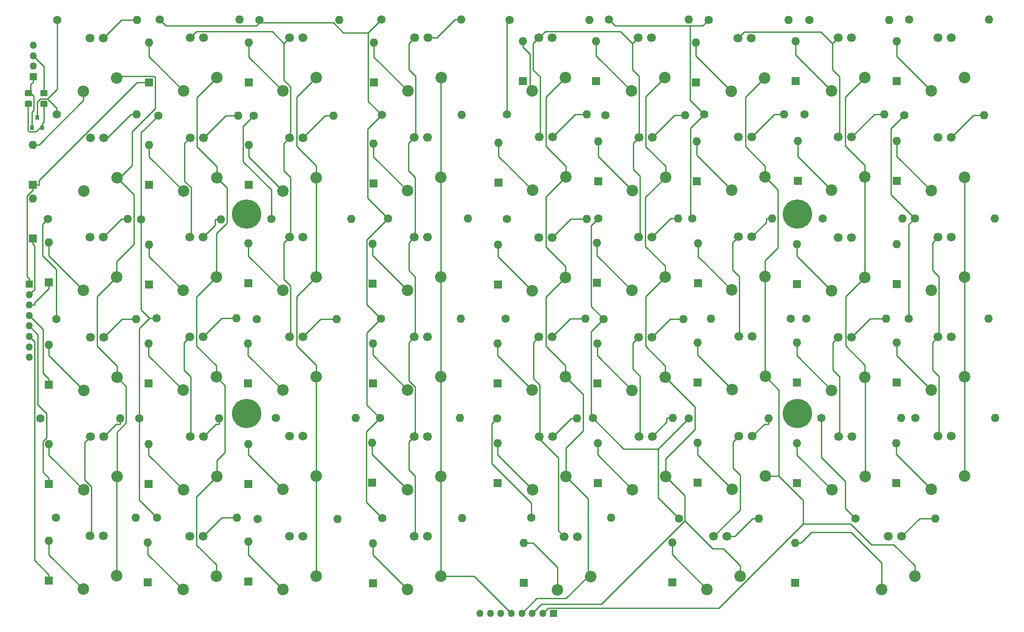
<source format=gbl>
%TF.GenerationSoftware,KiCad,Pcbnew,5.1.5+dfsg1-2build2*%
%TF.CreationDate,2021-08-29T11:58:19+02:00*%
%TF.ProjectId,BFK9kv2-left,42464b39-6b76-4322-9d6c-6566742e6b69,rev?*%
%TF.SameCoordinates,Original*%
%TF.FileFunction,Copper,L2,Bot*%
%TF.FilePolarity,Positive*%
%FSLAX46Y46*%
G04 Gerber Fmt 4.6, Leading zero omitted, Abs format (unit mm)*
G04 Created by KiCad (PCBNEW 5.1.5+dfsg1-2build2) date 2021-08-29 11:58:19*
%MOMM*%
%LPD*%
G04 APERTURE LIST*
%ADD10C,1.690600*%
%ADD11C,2.200000*%
%ADD12O,1.600000X1.600000*%
%ADD13C,1.600000*%
%ADD14R,1.600000X1.600000*%
%ADD15C,5.600000*%
%ADD16O,1.350000X1.350000*%
%ADD17R,1.350000X1.350000*%
%ADD18C,0.150000*%
%ADD19R,0.800000X0.900000*%
%ADD20C,0.250000*%
G04 APERTURE END LIST*
D10*
X219964000Y-54229000D03*
X222504000Y-54229000D03*
D11*
X218694000Y-64389000D03*
X225044000Y-61849000D03*
D10*
X96139400Y-149453000D03*
X98679400Y-149453000D03*
D11*
X94869400Y-159613000D03*
X101219400Y-157073000D03*
D10*
X77064000Y-149479000D03*
X79604000Y-149479000D03*
D11*
X75794000Y-159639000D03*
X82144000Y-157099000D03*
D10*
X200914000Y-54229000D03*
X203454000Y-54229000D03*
D11*
X199644000Y-64389000D03*
X205994000Y-61849000D03*
D12*
X230886000Y-126848000D03*
D13*
X215646000Y-126848000D03*
D12*
X229616000Y-107848000D03*
D13*
X214376000Y-107848000D03*
D12*
X230734000Y-88747600D03*
D13*
X215494000Y-88747600D03*
D12*
X228752000Y-68986400D03*
D13*
X213512000Y-68986400D03*
D12*
X229667000Y-50749200D03*
D13*
X214427000Y-50749200D03*
D10*
X210439000Y-149478000D03*
X212979000Y-149478000D03*
D11*
X209169000Y-159638000D03*
X215519000Y-157098000D03*
D10*
X177114000Y-149453000D03*
X179654000Y-149453000D03*
D11*
X175844000Y-159613000D03*
X182194000Y-157073000D03*
D10*
X148539000Y-149504000D03*
X151079000Y-149504000D03*
D11*
X147269000Y-159664000D03*
X153619000Y-157124000D03*
D10*
X58013600Y-149403000D03*
X60553600Y-149403000D03*
D11*
X56743600Y-159563000D03*
X63093600Y-157023000D03*
D10*
X219964000Y-130353000D03*
X222504000Y-130353000D03*
D11*
X218694000Y-140513000D03*
X225044000Y-137973000D03*
D10*
X181940000Y-130353000D03*
X184480000Y-130353000D03*
D11*
X180670000Y-140513000D03*
X187020000Y-137973000D03*
D10*
X119938000Y-130378000D03*
X122478000Y-130378000D03*
D11*
X118668000Y-140538000D03*
X125018000Y-137998000D03*
D10*
X219964000Y-111354000D03*
X222504000Y-111354000D03*
D11*
X218694000Y-121514000D03*
X225044000Y-118974000D03*
D10*
X200914000Y-111404000D03*
X203454000Y-111404000D03*
D11*
X199644000Y-121564000D03*
X205994000Y-119024000D03*
D10*
X181889000Y-111303000D03*
X184429000Y-111303000D03*
D11*
X180619000Y-121463000D03*
X186969000Y-118923000D03*
D10*
X119964000Y-111353000D03*
X122504000Y-111353000D03*
D11*
X118694000Y-121513000D03*
X125044000Y-118973000D03*
D10*
X219964000Y-92303600D03*
X222504000Y-92303600D03*
D11*
X218694000Y-102463600D03*
X225044000Y-99923600D03*
D10*
X181813000Y-92252800D03*
X184353000Y-92252800D03*
D11*
X180543000Y-102412800D03*
X186893000Y-99872800D03*
D10*
X119939000Y-92303600D03*
X122479000Y-92303600D03*
D11*
X118669000Y-102463600D03*
X125019000Y-99923600D03*
D10*
X219913000Y-73253600D03*
X222453000Y-73253600D03*
D11*
X218643000Y-83413600D03*
X224993000Y-80873600D03*
D10*
X200914000Y-73202800D03*
X203454000Y-73202800D03*
D11*
X199644000Y-83362800D03*
X205994000Y-80822800D03*
D10*
X181864000Y-73202800D03*
X184404000Y-73202800D03*
D11*
X180594000Y-83362800D03*
X186944000Y-80822800D03*
D10*
X119913000Y-73279000D03*
X122453000Y-73279000D03*
D11*
X118643000Y-83439000D03*
X124993000Y-80899000D03*
D10*
X120015000Y-54229000D03*
X122555000Y-54229000D03*
D11*
X118745000Y-64389000D03*
X125095000Y-61849000D03*
D12*
X211988000Y-131674000D03*
D14*
X211988000Y-139294000D03*
D12*
X212090000Y-112471000D03*
D14*
X212090000Y-120091000D03*
D12*
X212039000Y-93675000D03*
D14*
X212039000Y-101295000D03*
D12*
X212090000Y-73914000D03*
D14*
X212090000Y-81534000D03*
D12*
X212090000Y-54864000D03*
D14*
X212090000Y-62484000D03*
D15*
X87889100Y-87873800D03*
X87889100Y-125994000D03*
X193065000Y-125959000D03*
X193065000Y-87878900D03*
D16*
X47188500Y-55628000D03*
X47188500Y-57628000D03*
X47188500Y-59628000D03*
D17*
X47188500Y-61628000D03*
%TA.AperFunction,SMDPad,CuDef*%
D18*
G36*
X46761005Y-66259404D02*
G01*
X46785273Y-66263004D01*
X46809072Y-66268965D01*
X46832171Y-66277230D01*
X46854350Y-66287720D01*
X46875393Y-66300332D01*
X46895099Y-66314947D01*
X46913277Y-66331423D01*
X46929753Y-66349601D01*
X46944368Y-66369307D01*
X46956980Y-66390350D01*
X46967470Y-66412529D01*
X46975735Y-66435628D01*
X46981696Y-66459427D01*
X46985296Y-66483695D01*
X46986500Y-66508199D01*
X46986500Y-67158201D01*
X46985296Y-67182705D01*
X46981696Y-67206973D01*
X46975735Y-67230772D01*
X46967470Y-67253871D01*
X46956980Y-67276050D01*
X46944368Y-67297093D01*
X46929753Y-67316799D01*
X46913277Y-67334977D01*
X46895099Y-67351453D01*
X46875393Y-67366068D01*
X46854350Y-67378680D01*
X46832171Y-67389170D01*
X46809072Y-67397435D01*
X46785273Y-67403396D01*
X46761005Y-67406996D01*
X46736501Y-67408200D01*
X45836499Y-67408200D01*
X45811995Y-67406996D01*
X45787727Y-67403396D01*
X45763928Y-67397435D01*
X45740829Y-67389170D01*
X45718650Y-67378680D01*
X45697607Y-67366068D01*
X45677901Y-67351453D01*
X45659723Y-67334977D01*
X45643247Y-67316799D01*
X45628632Y-67297093D01*
X45616020Y-67276050D01*
X45605530Y-67253871D01*
X45597265Y-67230772D01*
X45591304Y-67206973D01*
X45587704Y-67182705D01*
X45586500Y-67158201D01*
X45586500Y-66508199D01*
X45587704Y-66483695D01*
X45591304Y-66459427D01*
X45597265Y-66435628D01*
X45605530Y-66412529D01*
X45616020Y-66390350D01*
X45628632Y-66369307D01*
X45643247Y-66349601D01*
X45659723Y-66331423D01*
X45677901Y-66314947D01*
X45697607Y-66300332D01*
X45718650Y-66287720D01*
X45740829Y-66277230D01*
X45763928Y-66268965D01*
X45787727Y-66263004D01*
X45811995Y-66259404D01*
X45836499Y-66258200D01*
X46736501Y-66258200D01*
X46761005Y-66259404D01*
G37*
%TD.AperFunction*%
%TA.AperFunction,SMDPad,CuDef*%
G36*
X46761005Y-64209404D02*
G01*
X46785273Y-64213004D01*
X46809072Y-64218965D01*
X46832171Y-64227230D01*
X46854350Y-64237720D01*
X46875393Y-64250332D01*
X46895099Y-64264947D01*
X46913277Y-64281423D01*
X46929753Y-64299601D01*
X46944368Y-64319307D01*
X46956980Y-64340350D01*
X46967470Y-64362529D01*
X46975735Y-64385628D01*
X46981696Y-64409427D01*
X46985296Y-64433695D01*
X46986500Y-64458199D01*
X46986500Y-65108201D01*
X46985296Y-65132705D01*
X46981696Y-65156973D01*
X46975735Y-65180772D01*
X46967470Y-65203871D01*
X46956980Y-65226050D01*
X46944368Y-65247093D01*
X46929753Y-65266799D01*
X46913277Y-65284977D01*
X46895099Y-65301453D01*
X46875393Y-65316068D01*
X46854350Y-65328680D01*
X46832171Y-65339170D01*
X46809072Y-65347435D01*
X46785273Y-65353396D01*
X46761005Y-65356996D01*
X46736501Y-65358200D01*
X45836499Y-65358200D01*
X45811995Y-65356996D01*
X45787727Y-65353396D01*
X45763928Y-65347435D01*
X45740829Y-65339170D01*
X45718650Y-65328680D01*
X45697607Y-65316068D01*
X45677901Y-65301453D01*
X45659723Y-65284977D01*
X45643247Y-65266799D01*
X45628632Y-65247093D01*
X45616020Y-65226050D01*
X45605530Y-65203871D01*
X45597265Y-65180772D01*
X45591304Y-65156973D01*
X45587704Y-65132705D01*
X45586500Y-65108201D01*
X45586500Y-64458199D01*
X45587704Y-64433695D01*
X45591304Y-64409427D01*
X45597265Y-64385628D01*
X45605530Y-64362529D01*
X45616020Y-64340350D01*
X45628632Y-64319307D01*
X45643247Y-64299601D01*
X45659723Y-64281423D01*
X45677901Y-64264947D01*
X45697607Y-64250332D01*
X45718650Y-64237720D01*
X45740829Y-64227230D01*
X45763928Y-64218965D01*
X45787727Y-64213004D01*
X45811995Y-64209404D01*
X45836499Y-64208200D01*
X46736501Y-64208200D01*
X46761005Y-64209404D01*
G37*
%TD.AperFunction*%
%TA.AperFunction,SMDPad,CuDef*%
G36*
X49711005Y-64209404D02*
G01*
X49735273Y-64213004D01*
X49759072Y-64218965D01*
X49782171Y-64227230D01*
X49804350Y-64237720D01*
X49825393Y-64250332D01*
X49845099Y-64264947D01*
X49863277Y-64281423D01*
X49879753Y-64299601D01*
X49894368Y-64319307D01*
X49906980Y-64340350D01*
X49917470Y-64362529D01*
X49925735Y-64385628D01*
X49931696Y-64409427D01*
X49935296Y-64433695D01*
X49936500Y-64458199D01*
X49936500Y-65108201D01*
X49935296Y-65132705D01*
X49931696Y-65156973D01*
X49925735Y-65180772D01*
X49917470Y-65203871D01*
X49906980Y-65226050D01*
X49894368Y-65247093D01*
X49879753Y-65266799D01*
X49863277Y-65284977D01*
X49845099Y-65301453D01*
X49825393Y-65316068D01*
X49804350Y-65328680D01*
X49782171Y-65339170D01*
X49759072Y-65347435D01*
X49735273Y-65353396D01*
X49711005Y-65356996D01*
X49686501Y-65358200D01*
X48786499Y-65358200D01*
X48761995Y-65356996D01*
X48737727Y-65353396D01*
X48713928Y-65347435D01*
X48690829Y-65339170D01*
X48668650Y-65328680D01*
X48647607Y-65316068D01*
X48627901Y-65301453D01*
X48609723Y-65284977D01*
X48593247Y-65266799D01*
X48578632Y-65247093D01*
X48566020Y-65226050D01*
X48555530Y-65203871D01*
X48547265Y-65180772D01*
X48541304Y-65156973D01*
X48537704Y-65132705D01*
X48536500Y-65108201D01*
X48536500Y-64458199D01*
X48537704Y-64433695D01*
X48541304Y-64409427D01*
X48547265Y-64385628D01*
X48555530Y-64362529D01*
X48566020Y-64340350D01*
X48578632Y-64319307D01*
X48593247Y-64299601D01*
X48609723Y-64281423D01*
X48627901Y-64264947D01*
X48647607Y-64250332D01*
X48668650Y-64237720D01*
X48690829Y-64227230D01*
X48713928Y-64218965D01*
X48737727Y-64213004D01*
X48761995Y-64209404D01*
X48786499Y-64208200D01*
X49686501Y-64208200D01*
X49711005Y-64209404D01*
G37*
%TD.AperFunction*%
%TA.AperFunction,SMDPad,CuDef*%
G36*
X49711005Y-66259404D02*
G01*
X49735273Y-66263004D01*
X49759072Y-66268965D01*
X49782171Y-66277230D01*
X49804350Y-66287720D01*
X49825393Y-66300332D01*
X49845099Y-66314947D01*
X49863277Y-66331423D01*
X49879753Y-66349601D01*
X49894368Y-66369307D01*
X49906980Y-66390350D01*
X49917470Y-66412529D01*
X49925735Y-66435628D01*
X49931696Y-66459427D01*
X49935296Y-66483695D01*
X49936500Y-66508199D01*
X49936500Y-67158201D01*
X49935296Y-67182705D01*
X49931696Y-67206973D01*
X49925735Y-67230772D01*
X49917470Y-67253871D01*
X49906980Y-67276050D01*
X49894368Y-67297093D01*
X49879753Y-67316799D01*
X49863277Y-67334977D01*
X49845099Y-67351453D01*
X49825393Y-67366068D01*
X49804350Y-67378680D01*
X49782171Y-67389170D01*
X49759072Y-67397435D01*
X49735273Y-67403396D01*
X49711005Y-67406996D01*
X49686501Y-67408200D01*
X48786499Y-67408200D01*
X48761995Y-67406996D01*
X48737727Y-67403396D01*
X48713928Y-67397435D01*
X48690829Y-67389170D01*
X48668650Y-67378680D01*
X48647607Y-67366068D01*
X48627901Y-67351453D01*
X48609723Y-67334977D01*
X48593247Y-67316799D01*
X48578632Y-67297093D01*
X48566020Y-67276050D01*
X48555530Y-67253871D01*
X48547265Y-67230772D01*
X48541304Y-67206973D01*
X48537704Y-67182705D01*
X48536500Y-67158201D01*
X48536500Y-66508199D01*
X48537704Y-66483695D01*
X48541304Y-66459427D01*
X48547265Y-66435628D01*
X48555530Y-66412529D01*
X48566020Y-66390350D01*
X48578632Y-66369307D01*
X48593247Y-66349601D01*
X48609723Y-66331423D01*
X48627901Y-66314947D01*
X48647607Y-66300332D01*
X48668650Y-66287720D01*
X48690829Y-66277230D01*
X48713928Y-66268965D01*
X48737727Y-66263004D01*
X48761995Y-66259404D01*
X48786499Y-66258200D01*
X49686501Y-66258200D01*
X49711005Y-66259404D01*
G37*
%TD.AperFunction*%
D19*
X47928500Y-69408200D03*
X46978500Y-71408200D03*
X48878500Y-71408200D03*
D16*
X132482000Y-164186000D03*
X134482000Y-164186000D03*
X136482000Y-164186000D03*
X138482000Y-164186000D03*
X140482000Y-164186000D03*
X142482000Y-164186000D03*
X144482000Y-164186000D03*
D17*
X146482000Y-164186000D03*
D16*
X46431200Y-115270000D03*
X46431200Y-113270000D03*
X46431200Y-111270000D03*
X46431200Y-109270000D03*
X46431200Y-107270000D03*
X46431200Y-105270000D03*
X46431200Y-103270000D03*
D17*
X46431200Y-101270000D03*
D10*
X119939000Y-149453000D03*
X122479000Y-149453000D03*
D11*
X118669000Y-159613000D03*
X125019000Y-157073000D03*
D10*
X200939000Y-130429000D03*
X203479000Y-130429000D03*
D11*
X199669000Y-140589000D03*
X206019000Y-138049000D03*
D10*
X200863000Y-92354400D03*
X203403000Y-92354400D03*
D11*
X199593000Y-102514400D03*
X205943000Y-99974400D03*
D12*
X213157000Y-88747600D03*
D13*
X197917000Y-88747600D03*
D12*
X192989000Y-93624000D03*
D14*
X192989000Y-101244000D03*
D12*
X212903000Y-126848000D03*
D13*
X197663000Y-126848000D03*
D12*
X210058000Y-107899000D03*
D13*
X194818000Y-107899000D03*
D12*
X219431000Y-146024000D03*
D13*
X204191000Y-146024000D03*
D12*
X187604000Y-126898000D03*
D13*
X172364000Y-126898000D03*
D12*
X176606000Y-107848000D03*
D13*
X191846000Y-107848000D03*
D12*
X188265000Y-88747600D03*
D13*
X173025000Y-88747600D03*
D12*
X185699000Y-146024000D03*
D13*
X170459000Y-146024000D03*
D12*
X169266000Y-126848000D03*
D13*
X154026000Y-126848000D03*
D12*
X171349000Y-107925000D03*
D13*
X156109000Y-107925000D03*
D12*
X170332000Y-88722200D03*
D13*
X155092000Y-88722200D03*
D12*
X157505000Y-145923000D03*
D13*
X142265000Y-145923000D03*
D12*
X151028000Y-126898000D03*
D13*
X135788000Y-126898000D03*
D12*
X152578000Y-107899000D03*
D13*
X137338000Y-107899000D03*
D12*
X152832000Y-88823800D03*
D13*
X137592000Y-88823800D03*
D12*
X129108000Y-145999000D03*
D13*
X113868000Y-145999000D03*
D12*
X128626000Y-126848000D03*
D13*
X113386000Y-126848000D03*
D12*
X128803000Y-107899000D03*
D13*
X113563000Y-107899000D03*
D12*
X130150000Y-88773000D03*
D13*
X114910000Y-88773000D03*
D12*
X105308400Y-146126000D03*
D13*
X90068400Y-146126000D03*
D12*
X108762800Y-126848000D03*
D13*
X93522800Y-126848000D03*
D12*
X105105200Y-107950000D03*
D13*
X89865200Y-107950000D03*
D12*
X107873800Y-88823800D03*
D13*
X92633800Y-88823800D03*
D12*
X86106000Y-145923000D03*
D13*
X70866000Y-145923000D03*
D12*
X82651600Y-126898000D03*
D13*
X67411600Y-126898000D03*
D12*
X86004400Y-107823000D03*
D13*
X70764400Y-107823000D03*
D12*
X83058000Y-88900000D03*
D13*
X67818000Y-88900000D03*
D12*
X66751200Y-145898000D03*
D13*
X51511200Y-145898000D03*
D12*
X63804800Y-126898000D03*
D13*
X48564800Y-126898000D03*
D12*
X66852800Y-107925000D03*
D13*
X51612800Y-107925000D03*
D12*
X65278000Y-88823800D03*
D13*
X50038000Y-88823800D03*
D10*
X162864000Y-130378000D03*
X165404000Y-130378000D03*
D11*
X161594000Y-140538000D03*
X167944000Y-137998000D03*
D10*
X162789000Y-111404000D03*
X165329000Y-111404000D03*
D11*
X161519000Y-121564000D03*
X167869000Y-119024000D03*
D10*
X162763000Y-92329000D03*
X165303000Y-92329000D03*
D11*
X161493000Y-102489000D03*
X167843000Y-99949000D03*
D10*
X143815000Y-130403000D03*
X146355000Y-130403000D03*
D11*
X142545000Y-140563000D03*
X148895000Y-138023000D03*
D10*
X143739000Y-111379000D03*
X146279000Y-111379000D03*
D11*
X142469000Y-121539000D03*
X148819000Y-118999000D03*
D10*
X143739000Y-92354400D03*
X146279000Y-92354400D03*
D11*
X142469000Y-102514400D03*
X148819000Y-99974400D03*
D10*
X96139000Y-130328000D03*
X98679000Y-130328000D03*
D11*
X94869000Y-140488000D03*
X101219000Y-137948000D03*
D10*
X96139000Y-111379000D03*
X98679000Y-111379000D03*
D11*
X94869000Y-121539000D03*
X101219000Y-118999000D03*
D10*
X96113600Y-92329000D03*
X98653600Y-92329000D03*
D11*
X94843600Y-102489000D03*
X101193600Y-99949000D03*
D10*
X77139800Y-130429000D03*
X79679800Y-130429000D03*
D11*
X75869800Y-140589000D03*
X82219800Y-138049000D03*
D10*
X77063600Y-111379000D03*
X79603600Y-111379000D03*
D11*
X75793600Y-121539000D03*
X82143600Y-118999000D03*
D10*
X77063600Y-92329000D03*
X79603600Y-92329000D03*
D11*
X75793600Y-102489000D03*
X82143600Y-99949000D03*
D10*
X58089800Y-130429000D03*
X60629800Y-130429000D03*
D11*
X56819800Y-140589000D03*
X63169800Y-138049000D03*
D10*
X58089800Y-111404000D03*
X60629800Y-111404000D03*
D11*
X56819800Y-121564000D03*
X63169800Y-119024000D03*
D10*
X58013600Y-92303600D03*
X60553600Y-92303600D03*
D11*
X56743600Y-102463600D03*
X63093600Y-99923600D03*
D12*
X193040000Y-131699000D03*
D14*
X193040000Y-139319000D03*
D12*
X192989000Y-112420000D03*
D14*
X192989000Y-120040000D03*
D12*
X192659000Y-150698000D03*
D14*
X192659000Y-158318000D03*
D12*
X174066000Y-131623000D03*
D14*
X174066000Y-139243000D03*
D12*
X174015000Y-112471000D03*
D14*
X174015000Y-120091000D03*
D12*
X174117000Y-93472000D03*
D14*
X174117000Y-101092000D03*
D12*
X169189000Y-150596000D03*
D14*
X169189000Y-158216000D03*
D12*
X154965000Y-131648000D03*
D14*
X154965000Y-139268000D03*
D12*
X154864000Y-112649000D03*
D14*
X154864000Y-120269000D03*
D12*
X154838000Y-93421000D03*
D14*
X154838000Y-101041000D03*
D12*
X140868000Y-150749000D03*
D14*
X140868000Y-158369000D03*
D12*
X135865000Y-131648000D03*
D14*
X135865000Y-139268000D03*
D12*
X135814000Y-112598000D03*
D14*
X135814000Y-120218000D03*
D12*
X135941000Y-93777000D03*
D14*
X135941000Y-101397000D03*
D12*
X112090000Y-150825000D03*
D14*
X112090000Y-158445000D03*
D12*
X111912000Y-131597000D03*
D14*
X111912000Y-139217000D03*
D12*
X112039000Y-112598000D03*
D14*
X112039000Y-120218000D03*
D12*
X111989000Y-93599000D03*
D14*
X111989000Y-101219000D03*
D12*
X88290400Y-150444000D03*
D14*
X88290400Y-158064000D03*
D12*
X88239600Y-131801000D03*
D14*
X88239600Y-139421000D03*
D12*
X88214200Y-112649000D03*
D14*
X88214200Y-120269000D03*
D12*
X88265000Y-93472000D03*
D14*
X88265000Y-101092000D03*
D12*
X69088000Y-150622000D03*
D14*
X69088000Y-158242000D03*
D12*
X69215000Y-131826000D03*
D14*
X69215000Y-139446000D03*
D12*
X69240400Y-112598000D03*
D14*
X69240400Y-120218000D03*
D12*
X69342000Y-93726000D03*
D14*
X69342000Y-101346000D03*
D12*
X50190400Y-150317000D03*
D14*
X50190400Y-157937000D03*
D12*
X50165000Y-131826000D03*
D14*
X50165000Y-139446000D03*
D12*
X50165000Y-112903000D03*
D14*
X50165000Y-120523000D03*
D12*
X50165000Y-93345000D03*
D14*
X50165000Y-100965000D03*
D12*
X193167000Y-73914000D03*
D14*
X193167000Y-81534000D03*
D12*
X192786000Y-54864000D03*
D14*
X192786000Y-62484000D03*
D12*
X173863000Y-74041000D03*
D14*
X173863000Y-81661000D03*
D12*
X173736000Y-55118000D03*
D14*
X173736000Y-62738000D03*
D12*
X155067000Y-74041000D03*
D14*
X155067000Y-81661000D03*
D12*
X154686000Y-54864000D03*
D14*
X154686000Y-62484000D03*
D12*
X136017000Y-74295000D03*
D14*
X136017000Y-81915000D03*
D12*
X140716000Y-54864000D03*
D14*
X140716000Y-62484000D03*
D12*
X112141000Y-74422000D03*
D14*
X112141000Y-82042000D03*
D12*
X112268000Y-55118000D03*
D14*
X112268000Y-62738000D03*
D12*
X88392000Y-74676000D03*
D14*
X88392000Y-82296000D03*
D12*
X88392000Y-55118000D03*
D14*
X88392000Y-62738000D03*
D12*
X69342000Y-74676000D03*
D14*
X69342000Y-82296000D03*
D12*
X69342000Y-55118000D03*
D14*
X69342000Y-62738000D03*
D12*
X47142400Y-84937600D03*
D14*
X47142400Y-92557600D03*
D12*
X47142400Y-74676000D03*
D14*
X47142400Y-82296000D03*
D10*
X162712000Y-54229000D03*
X165252000Y-54229000D03*
D11*
X161442000Y-64389000D03*
X167792000Y-61849000D03*
D10*
X181737000Y-54279800D03*
X184277000Y-54279800D03*
D11*
X180467000Y-64439800D03*
X186817000Y-61899800D03*
D10*
X162839000Y-73253600D03*
X165379000Y-73253600D03*
D11*
X161569000Y-83413600D03*
X167919000Y-80873600D03*
D10*
X143789000Y-73202800D03*
X146329000Y-73202800D03*
D11*
X142519000Y-83362800D03*
X148869000Y-80822800D03*
D10*
X143764000Y-54229000D03*
X146304000Y-54229000D03*
D11*
X142494000Y-64389000D03*
X148844000Y-61849000D03*
D10*
X96139000Y-73304400D03*
X98679000Y-73304400D03*
D11*
X94869000Y-83464400D03*
X101219000Y-80924400D03*
D10*
X96139000Y-54229000D03*
X98679000Y-54229000D03*
D11*
X94869000Y-64389000D03*
X101219000Y-61849000D03*
D10*
X77139800Y-73304400D03*
X79679800Y-73304400D03*
D11*
X75869800Y-83464400D03*
X82219800Y-80924400D03*
D10*
X77165200Y-54203600D03*
X79705200Y-54203600D03*
D11*
X75895200Y-64363600D03*
X82245200Y-61823600D03*
D10*
X58115200Y-73304400D03*
X60655200Y-73304400D03*
D11*
X56845200Y-83464400D03*
X63195200Y-80924400D03*
D10*
X58064400Y-54254400D03*
X60604400Y-54254400D03*
D11*
X56794400Y-64414400D03*
X63144400Y-61874400D03*
D12*
X209677000Y-68834000D03*
D13*
X194437000Y-68834000D03*
D12*
X210617000Y-50800000D03*
D13*
X195377000Y-50800000D03*
D12*
X190551000Y-68884800D03*
D13*
X175311000Y-68884800D03*
D12*
X191364000Y-50800000D03*
D13*
X176124000Y-50800000D03*
D12*
X171679000Y-69037200D03*
D13*
X156439000Y-69037200D03*
D12*
X172364000Y-50749200D03*
D13*
X157124000Y-50749200D03*
D12*
X152883000Y-68884800D03*
D13*
X137643000Y-68884800D03*
D12*
X153416000Y-50800000D03*
D13*
X138176000Y-50800000D03*
D12*
X128956000Y-68961000D03*
D13*
X113716000Y-68961000D03*
D12*
X128880000Y-50749200D03*
D13*
X113640000Y-50749200D03*
D12*
X104546400Y-69062600D03*
D13*
X89306400Y-69062600D03*
D12*
X105664000Y-50800000D03*
D13*
X90424000Y-50800000D03*
D12*
X86309200Y-69062600D03*
D13*
X71069200Y-69062600D03*
D12*
X86614000Y-50698400D03*
D13*
X71374000Y-50698400D03*
D12*
X66929000Y-68834000D03*
D13*
X51689000Y-68834000D03*
D12*
X67056000Y-50800000D03*
D13*
X51816000Y-50800000D03*
D20*
X67056000Y-50800000D02*
X64058800Y-50800000D01*
X64058800Y-50800000D02*
X60604400Y-54254400D01*
X128880000Y-50749200D02*
X127754700Y-50749200D01*
X122555000Y-54229000D02*
X124274900Y-54229000D01*
X124274900Y-54229000D02*
X127754700Y-50749200D01*
X66929000Y-68834000D02*
X65803700Y-68834000D01*
X65803700Y-68834000D02*
X61333300Y-73304400D01*
X61333300Y-73304400D02*
X60655200Y-73304400D01*
X86309200Y-69062600D02*
X83921600Y-69062600D01*
X83921600Y-69062600D02*
X79679800Y-73304400D01*
X104546400Y-69062600D02*
X102920800Y-69062600D01*
X102920800Y-69062600D02*
X98679000Y-73304400D01*
X152883000Y-68884800D02*
X150647000Y-68884800D01*
X150647000Y-68884800D02*
X146329000Y-73202800D01*
X190551000Y-68884800D02*
X188722000Y-68884800D01*
X188722000Y-68884800D02*
X184404000Y-73202800D01*
X209677000Y-68834000D02*
X207822800Y-68834000D01*
X207822800Y-68834000D02*
X203454000Y-73202800D01*
X171679000Y-69037200D02*
X169595400Y-69037200D01*
X169595400Y-69037200D02*
X165379000Y-73253600D01*
X47142400Y-74676000D02*
X48267700Y-74676000D01*
X48267700Y-74676000D02*
X56794400Y-66149300D01*
X56794400Y-66149300D02*
X56794400Y-64414400D01*
X47142400Y-82296000D02*
X47142400Y-83421300D01*
X46431200Y-101270000D02*
X46431200Y-100269700D01*
X46431200Y-100269700D02*
X46017100Y-99855600D01*
X46017100Y-99855600D02*
X46017100Y-84405800D01*
X46017100Y-84405800D02*
X47001600Y-83421300D01*
X47001600Y-83421300D02*
X47142400Y-83421300D01*
X47142400Y-82296000D02*
X48267700Y-82296000D01*
X48267700Y-82296000D02*
X48267700Y-81452000D01*
X48267700Y-81452000D02*
X66981700Y-62738000D01*
X66981700Y-62738000D02*
X69342000Y-62738000D01*
X47142400Y-92557600D02*
X47142400Y-93682900D01*
X46431200Y-103270000D02*
X47431600Y-102269600D01*
X47431600Y-102269600D02*
X47431600Y-93972100D01*
X47431600Y-93972100D02*
X47142400Y-93682900D01*
X69342000Y-55118000D02*
X69342000Y-57810400D01*
X69342000Y-57810400D02*
X75895200Y-64363600D01*
X69342000Y-74676000D02*
X69342000Y-76936600D01*
X69342000Y-76936600D02*
X75869800Y-83464400D01*
X88392000Y-55118000D02*
X88392000Y-57912000D01*
X88392000Y-57912000D02*
X94869000Y-64389000D01*
X94869000Y-83464400D02*
X88392000Y-76987400D01*
X88392000Y-76987400D02*
X88392000Y-74676000D01*
X112268000Y-55118000D02*
X112268000Y-57912000D01*
X112268000Y-57912000D02*
X118745000Y-64389000D01*
X112141000Y-74422000D02*
X112141000Y-76937000D01*
X112141000Y-76937000D02*
X118643000Y-83439000D01*
X140716000Y-55989300D02*
X142043700Y-57317000D01*
X142043700Y-57317000D02*
X142043700Y-63938700D01*
X142043700Y-63938700D02*
X142494000Y-64389000D01*
X140716000Y-54864000D02*
X140716000Y-55989300D01*
X136017000Y-74295000D02*
X136017000Y-76860800D01*
X136017000Y-76860800D02*
X142519000Y-83362800D01*
X154686000Y-54864000D02*
X154686000Y-57633000D01*
X154686000Y-57633000D02*
X161442000Y-64389000D01*
X155067000Y-74041000D02*
X155067000Y-76911600D01*
X155067000Y-76911600D02*
X161569000Y-83413600D01*
X173736000Y-55118000D02*
X173736000Y-57708800D01*
X173736000Y-57708800D02*
X180467000Y-64439800D01*
X173863000Y-74041000D02*
X173863000Y-76631800D01*
X173863000Y-76631800D02*
X180594000Y-83362800D01*
X192786000Y-54864000D02*
X192786000Y-57531000D01*
X192786000Y-57531000D02*
X199644000Y-64389000D01*
X193167000Y-73914000D02*
X193167000Y-76885800D01*
X193167000Y-76885800D02*
X199644000Y-83362800D01*
X213512000Y-68986400D02*
X210930100Y-71568300D01*
X210930100Y-71568300D02*
X210930100Y-84183700D01*
X210930100Y-84183700D02*
X215494000Y-88747600D01*
X215494000Y-88747600D02*
X214376000Y-89865600D01*
X214376000Y-89865600D02*
X214376000Y-107848000D01*
X172563700Y-51942400D02*
X158317200Y-51942400D01*
X158317200Y-51942400D02*
X157124000Y-50749200D01*
X176124000Y-50800000D02*
X174981600Y-51942400D01*
X174981600Y-51942400D02*
X172563700Y-51942400D01*
X175311000Y-68884800D02*
X172563700Y-66137500D01*
X172563700Y-66137500D02*
X172563700Y-51942400D01*
X173025000Y-88747600D02*
X172724100Y-88446700D01*
X172724100Y-88446700D02*
X172724100Y-71471700D01*
X172724100Y-71471700D02*
X175311000Y-68884800D01*
X113563000Y-107899000D02*
X110913600Y-110548400D01*
X110913600Y-110548400D02*
X110913600Y-124375600D01*
X110913600Y-124375600D02*
X113386000Y-126848000D01*
X113386000Y-126848000D02*
X110786600Y-129447400D01*
X110786600Y-129447400D02*
X110786600Y-142917600D01*
X110786600Y-142917600D02*
X113868000Y-145999000D01*
X166517700Y-132744300D02*
X166517700Y-142082700D01*
X166517700Y-142082700D02*
X170459000Y-146024000D01*
X172364000Y-126898000D02*
X166517700Y-132744300D01*
X154026000Y-126848000D02*
X159922300Y-132744300D01*
X159922300Y-132744300D02*
X166517700Y-132744300D01*
X156109000Y-107925000D02*
X153738600Y-110295400D01*
X153738600Y-110295400D02*
X153738600Y-126560600D01*
X153738600Y-126560600D02*
X154026000Y-126848000D01*
X89306400Y-69062600D02*
X87253100Y-71115900D01*
X87253100Y-71115900D02*
X87253100Y-77864300D01*
X87253100Y-77864300D02*
X92633800Y-83245000D01*
X92633800Y-83245000D02*
X92633800Y-88823800D01*
X90424000Y-51337000D02*
X104500500Y-51337000D01*
X104500500Y-51337000D02*
X106417700Y-53254200D01*
X106417700Y-53254200D02*
X111135000Y-53254200D01*
X71374000Y-50698400D02*
X72549700Y-51874100D01*
X72549700Y-51874100D02*
X89886900Y-51874100D01*
X89886900Y-51874100D02*
X90424000Y-51337000D01*
X90424000Y-51337000D02*
X90424000Y-50800000D01*
X111135000Y-53254200D02*
X113640000Y-50749200D01*
X113716000Y-68961000D02*
X111135000Y-66380000D01*
X111135000Y-66380000D02*
X111135000Y-53254200D01*
X69371300Y-107768700D02*
X67411600Y-109728400D01*
X67411600Y-109728400D02*
X67411600Y-126898000D01*
X70764400Y-107823000D02*
X70710100Y-107768700D01*
X70710100Y-107768700D02*
X69371300Y-107768700D01*
X69371300Y-107768700D02*
X67818000Y-106215400D01*
X67818000Y-106215400D02*
X67818000Y-88900000D01*
X71069200Y-69062600D02*
X67818000Y-72313800D01*
X67818000Y-72313800D02*
X67818000Y-88900000D01*
X113716000Y-68961000D02*
X111015600Y-71661400D01*
X111015600Y-71661400D02*
X111015600Y-84878600D01*
X111015600Y-84878600D02*
X114910000Y-88773000D01*
X51612800Y-107925000D02*
X51612800Y-98481900D01*
X51612800Y-98481900D02*
X48986900Y-95856000D01*
X48986900Y-95856000D02*
X48986900Y-89874900D01*
X48986900Y-89874900D02*
X50038000Y-88823800D01*
X204191000Y-146024000D02*
X202242800Y-144075800D01*
X202242800Y-144075800D02*
X202242800Y-138925100D01*
X202242800Y-138925100D02*
X197663000Y-134345300D01*
X197663000Y-134345300D02*
X197663000Y-126848000D01*
X155092000Y-88722200D02*
X153703400Y-90110800D01*
X153703400Y-90110800D02*
X153703400Y-105519400D01*
X153703400Y-105519400D02*
X156109000Y-107925000D01*
X142265000Y-145923000D02*
X142265000Y-143056000D01*
X142265000Y-143056000D02*
X134730500Y-135521500D01*
X134730500Y-135521500D02*
X134730500Y-127955500D01*
X134730500Y-127955500D02*
X135788000Y-126898000D01*
X114910000Y-88773000D02*
X110863600Y-92819400D01*
X110863600Y-92819400D02*
X110863600Y-105199600D01*
X110863600Y-105199600D02*
X113563000Y-107899000D01*
X70866000Y-145923000D02*
X67411600Y-142468600D01*
X67411600Y-142468600D02*
X67411600Y-126898000D01*
X138176000Y-50800000D02*
X137643000Y-51333000D01*
X137643000Y-51333000D02*
X137643000Y-68884800D01*
X49950100Y-65895300D02*
X51689000Y-67634200D01*
X51689000Y-67634200D02*
X51689000Y-68834000D01*
X47928500Y-69408200D02*
X47928500Y-66505300D01*
X47928500Y-66505300D02*
X48538500Y-65895300D01*
X48538500Y-65895300D02*
X49950100Y-65895300D01*
X51816000Y-50800000D02*
X51816000Y-64029400D01*
X51816000Y-64029400D02*
X49950100Y-65895300D01*
X58089800Y-130429000D02*
X57033600Y-131485200D01*
X57033600Y-131485200D02*
X57033600Y-138731700D01*
X57033600Y-138731700D02*
X58270300Y-139968400D01*
X58270300Y-139968400D02*
X58270300Y-149146300D01*
X58270300Y-149146300D02*
X58013600Y-149403000D01*
X77063600Y-111379000D02*
X76007400Y-112435200D01*
X76007400Y-112435200D02*
X76007400Y-117709100D01*
X76007400Y-117709100D02*
X77225400Y-118927100D01*
X77225400Y-118927100D02*
X77225400Y-130343400D01*
X77225400Y-130343400D02*
X77139800Y-130429000D01*
X199816800Y-55326200D02*
X200914000Y-54229000D01*
X200914000Y-73202800D02*
X201110600Y-73006200D01*
X201110600Y-73006200D02*
X201110600Y-61617900D01*
X201110600Y-61617900D02*
X199816800Y-60324100D01*
X199816800Y-60324100D02*
X199816800Y-55326200D01*
X181737000Y-54279800D02*
X182931700Y-53085100D01*
X182931700Y-53085100D02*
X197575700Y-53085100D01*
X197575700Y-53085100D02*
X199816800Y-55326200D01*
X161614800Y-55326200D02*
X162712000Y-54229000D01*
X143869700Y-130403000D02*
X143869700Y-130885300D01*
X143869700Y-130885300D02*
X147419200Y-134434800D01*
X147419200Y-134434800D02*
X147419200Y-148384200D01*
X147419200Y-148384200D02*
X148539000Y-149504000D01*
X143739000Y-111379000D02*
X142678800Y-112439200D01*
X142678800Y-112439200D02*
X142678800Y-119323900D01*
X142678800Y-119323900D02*
X143924400Y-120569500D01*
X143924400Y-120569500D02*
X143924400Y-130348300D01*
X143924400Y-130348300D02*
X143869700Y-130403000D01*
X143869700Y-130403000D02*
X143815000Y-130403000D01*
X162839000Y-73253600D02*
X162896300Y-73196300D01*
X162896300Y-73196300D02*
X162896300Y-61605600D01*
X162896300Y-61605600D02*
X161614800Y-60324100D01*
X161614800Y-60324100D02*
X161614800Y-55326200D01*
X143764000Y-54229000D02*
X144957600Y-53035400D01*
X144957600Y-53035400D02*
X159324000Y-53035400D01*
X159324000Y-53035400D02*
X161614800Y-55326200D01*
X143789000Y-73202800D02*
X143952900Y-73038900D01*
X143952900Y-73038900D02*
X143952900Y-61667900D01*
X143952900Y-61667900D02*
X142662800Y-60377800D01*
X142662800Y-60377800D02*
X142662800Y-55330200D01*
X142662800Y-55330200D02*
X143764000Y-54229000D01*
X95078800Y-55289200D02*
X95078800Y-62325900D01*
X95078800Y-62325900D02*
X96302900Y-63550000D01*
X96302900Y-63550000D02*
X96302900Y-73140500D01*
X96302900Y-73140500D02*
X96139000Y-73304400D01*
X96139000Y-54229000D02*
X95078800Y-55289200D01*
X95078800Y-55289200D02*
X92822500Y-53032900D01*
X92822500Y-53032900D02*
X78335900Y-53032900D01*
X78335900Y-53032900D02*
X77165200Y-54203600D01*
X200914000Y-111404000D02*
X199857800Y-112460200D01*
X199857800Y-112460200D02*
X199857800Y-117734100D01*
X199857800Y-117734100D02*
X201098400Y-118974700D01*
X201098400Y-118974700D02*
X201098400Y-130269600D01*
X201098400Y-130269600D02*
X200939000Y-130429000D01*
X119913000Y-73279000D02*
X120199400Y-72992600D01*
X120199400Y-72992600D02*
X120199400Y-61605700D01*
X120199400Y-61605700D02*
X118917800Y-60324100D01*
X118917800Y-60324100D02*
X118917800Y-55326200D01*
X118917800Y-55326200D02*
X120015000Y-54229000D01*
X119939000Y-92303600D02*
X120110200Y-92132400D01*
X120110200Y-92132400D02*
X120110200Y-80862500D01*
X120110200Y-80862500D02*
X118856800Y-79609100D01*
X118856800Y-79609100D02*
X118856800Y-74335200D01*
X118856800Y-74335200D02*
X119913000Y-73279000D01*
X119938000Y-130378000D02*
X118881800Y-131434200D01*
X118881800Y-131434200D02*
X118881800Y-136708100D01*
X118881800Y-136708100D02*
X120110200Y-137936500D01*
X120110200Y-137936500D02*
X120110200Y-149281800D01*
X120110200Y-149281800D02*
X119939000Y-149453000D01*
X119964000Y-111353000D02*
X118907800Y-112409200D01*
X118907800Y-112409200D02*
X118907800Y-119705900D01*
X118907800Y-119705900D02*
X120130500Y-120928600D01*
X120130500Y-120928600D02*
X120130500Y-130185500D01*
X120130500Y-130185500D02*
X119938000Y-130378000D01*
X219964000Y-111354000D02*
X220135200Y-111182800D01*
X220135200Y-111182800D02*
X220135200Y-99861100D01*
X220135200Y-99861100D02*
X218907800Y-98633700D01*
X218907800Y-98633700D02*
X218907800Y-93359800D01*
X218907800Y-93359800D02*
X219964000Y-92303600D01*
X219964000Y-111354000D02*
X218907800Y-112410200D01*
X218907800Y-112410200D02*
X218907800Y-117684100D01*
X218907800Y-117684100D02*
X220135200Y-118911500D01*
X220135200Y-118911500D02*
X220135200Y-130181800D01*
X220135200Y-130181800D02*
X219964000Y-130353000D01*
X181813000Y-92252800D02*
X180756800Y-93309000D01*
X180756800Y-93309000D02*
X180756800Y-98582900D01*
X180756800Y-98582900D02*
X181974600Y-99800700D01*
X181974600Y-99800700D02*
X181974600Y-111217400D01*
X181974600Y-111217400D02*
X181889000Y-111303000D01*
X162864000Y-130378000D02*
X163004600Y-130237400D01*
X163004600Y-130237400D02*
X163004600Y-118811900D01*
X163004600Y-118811900D02*
X161691800Y-117499100D01*
X161691800Y-117499100D02*
X161691800Y-112501200D01*
X161691800Y-112501200D02*
X162789000Y-111404000D01*
X162763000Y-92329000D02*
X163032600Y-92059400D01*
X163032600Y-92059400D02*
X163032600Y-80639500D01*
X163032600Y-80639500D02*
X161741800Y-79348700D01*
X161741800Y-79348700D02*
X161741800Y-74350800D01*
X161741800Y-74350800D02*
X162839000Y-73253600D01*
X96113600Y-92329000D02*
X95053400Y-93389200D01*
X95053400Y-93389200D02*
X95053400Y-100375100D01*
X95053400Y-100375100D02*
X96302900Y-101624600D01*
X96302900Y-101624600D02*
X96302900Y-111215100D01*
X96302900Y-111215100D02*
X96139000Y-111379000D01*
X96139000Y-73304400D02*
X95082800Y-74360600D01*
X95082800Y-74360600D02*
X95082800Y-79634500D01*
X95082800Y-79634500D02*
X96306100Y-80857800D01*
X96306100Y-80857800D02*
X96306100Y-92136500D01*
X96306100Y-92136500D02*
X96113600Y-92329000D01*
X77139800Y-73304400D02*
X76083600Y-74360600D01*
X76083600Y-74360600D02*
X76083600Y-81607100D01*
X76083600Y-81607100D02*
X77320300Y-82843800D01*
X77320300Y-82843800D02*
X77320300Y-92072300D01*
X77320300Y-92072300D02*
X77063600Y-92329000D01*
X177114000Y-149453000D02*
X182148000Y-144419000D01*
X182148000Y-144419000D02*
X182148000Y-137753300D01*
X182148000Y-137753300D02*
X180842800Y-136448100D01*
X180842800Y-136448100D02*
X180842800Y-131450200D01*
X180842800Y-131450200D02*
X181940000Y-130353000D01*
X119939000Y-92303600D02*
X118882800Y-93359800D01*
X118882800Y-93359800D02*
X118882800Y-98633700D01*
X118882800Y-98633700D02*
X120135200Y-99886100D01*
X120135200Y-99886100D02*
X120135200Y-111181800D01*
X120135200Y-111181800D02*
X119964000Y-111353000D01*
X50165000Y-93345000D02*
X50165000Y-95885000D01*
X50165000Y-95885000D02*
X56743600Y-102463600D01*
X46431200Y-105270000D02*
X47431500Y-105270000D01*
X50165000Y-100965000D02*
X50165000Y-102090300D01*
X47431500Y-105270000D02*
X47431500Y-104823800D01*
X47431500Y-104823800D02*
X50165000Y-102090300D01*
X50165000Y-112903000D02*
X50165000Y-114909200D01*
X50165000Y-114909200D02*
X56819800Y-121564000D01*
X50165000Y-120523000D02*
X50165000Y-119397700D01*
X46431200Y-107270000D02*
X49039700Y-109878500D01*
X49039700Y-109878500D02*
X49039700Y-118272400D01*
X49039700Y-118272400D02*
X50165000Y-119397700D01*
X50165000Y-131826000D02*
X50165000Y-133934200D01*
X50165000Y-133934200D02*
X56819800Y-140589000D01*
X50165000Y-139446000D02*
X50165000Y-138320700D01*
X46431200Y-109270000D02*
X48080400Y-110919200D01*
X48080400Y-110919200D02*
X48080400Y-124322100D01*
X48080400Y-124322100D02*
X49733000Y-125974700D01*
X49733000Y-125974700D02*
X49733000Y-130630900D01*
X49733000Y-130630900D02*
X49039700Y-131324200D01*
X49039700Y-131324200D02*
X49039700Y-137195400D01*
X49039700Y-137195400D02*
X50165000Y-138320700D01*
X50190400Y-150317000D02*
X50190400Y-153009800D01*
X50190400Y-153009800D02*
X56743600Y-159563000D01*
X50190400Y-157937000D02*
X50190400Y-156811700D01*
X46431200Y-111270000D02*
X47431500Y-112270300D01*
X47431500Y-112270300D02*
X47431500Y-154052800D01*
X47431500Y-154052800D02*
X50190400Y-156811700D01*
X69342000Y-93726000D02*
X69342000Y-96037400D01*
X69342000Y-96037400D02*
X75793600Y-102489000D01*
X69240400Y-112598000D02*
X69240400Y-114985800D01*
X69240400Y-114985800D02*
X75793600Y-121539000D01*
X69215000Y-131826000D02*
X69215000Y-133934200D01*
X69215000Y-133934200D02*
X75869800Y-140589000D01*
X69088000Y-150622000D02*
X69088000Y-152933000D01*
X69088000Y-152933000D02*
X75794000Y-159639000D01*
X88265000Y-93472000D02*
X88265000Y-95910400D01*
X88265000Y-95910400D02*
X94843600Y-102489000D01*
X88214200Y-112649000D02*
X88214200Y-114884200D01*
X88214200Y-114884200D02*
X94869000Y-121539000D01*
X88239600Y-131801000D02*
X88239600Y-133858600D01*
X88239600Y-133858600D02*
X94869000Y-140488000D01*
X88290400Y-150444000D02*
X88290400Y-153034000D01*
X88290400Y-153034000D02*
X94869400Y-159613000D01*
X111989000Y-93599000D02*
X111989000Y-95783600D01*
X111989000Y-95783600D02*
X118669000Y-102463600D01*
X112039000Y-112598000D02*
X112039000Y-114858000D01*
X112039000Y-114858000D02*
X118694000Y-121513000D01*
X111912000Y-131597000D02*
X111912000Y-133782000D01*
X111912000Y-133782000D02*
X118668000Y-140538000D01*
X112090000Y-150825000D02*
X112090000Y-153034000D01*
X112090000Y-153034000D02*
X118669000Y-159613000D01*
X135941000Y-93777000D02*
X135941000Y-95986400D01*
X135941000Y-95986400D02*
X142469000Y-102514400D01*
X135814000Y-112598000D02*
X135814000Y-114884000D01*
X135814000Y-114884000D02*
X142469000Y-121539000D01*
X135865000Y-131648000D02*
X135865000Y-133883000D01*
X135865000Y-133883000D02*
X142545000Y-140563000D01*
X140868000Y-150749000D02*
X142607400Y-150749000D01*
X142607400Y-150749000D02*
X147269000Y-155410600D01*
X147269000Y-155410600D02*
X147269000Y-159664000D01*
X154838000Y-93421000D02*
X154838000Y-95834000D01*
X154838000Y-95834000D02*
X161493000Y-102489000D01*
X154864000Y-112649000D02*
X154864000Y-114909000D01*
X154864000Y-114909000D02*
X161519000Y-121564000D01*
X154965000Y-131648000D02*
X154965000Y-133909000D01*
X154965000Y-133909000D02*
X161594000Y-140538000D01*
X169189000Y-150596000D02*
X169189000Y-152958000D01*
X169189000Y-152958000D02*
X175844000Y-159613000D01*
X174117000Y-93472000D02*
X174117000Y-95986800D01*
X174117000Y-95986800D02*
X180543000Y-102412800D01*
X174015000Y-112471000D02*
X174015000Y-114859000D01*
X174015000Y-114859000D02*
X180619000Y-121463000D01*
X174066000Y-131623000D02*
X174066000Y-133909000D01*
X174066000Y-133909000D02*
X180670000Y-140513000D01*
X192659000Y-150698000D02*
X193784300Y-150698000D01*
X193784300Y-150698000D02*
X195804300Y-148678000D01*
X195804300Y-148678000D02*
X203329900Y-148678000D01*
X203329900Y-148678000D02*
X209169000Y-154517100D01*
X209169000Y-154517100D02*
X209169000Y-159638000D01*
X192989000Y-93624000D02*
X192989000Y-95910400D01*
X192989000Y-95910400D02*
X199593000Y-102514400D01*
X199644000Y-121564000D02*
X192989000Y-114909000D01*
X192989000Y-114909000D02*
X192989000Y-112420000D01*
X193040000Y-131699000D02*
X193040000Y-133960000D01*
X193040000Y-133960000D02*
X199669000Y-140589000D01*
X65278000Y-88823800D02*
X64033400Y-88823800D01*
X64033400Y-88823800D02*
X60553600Y-92303600D01*
X83058000Y-88900000D02*
X81932700Y-88900000D01*
X81932700Y-88900000D02*
X81932700Y-89999900D01*
X81932700Y-89999900D02*
X79603600Y-92329000D01*
X152832000Y-88823800D02*
X149809600Y-88823800D01*
X149809600Y-88823800D02*
X146279000Y-92354400D01*
X170332000Y-88722200D02*
X168909800Y-88722200D01*
X168909800Y-88722200D02*
X165303000Y-92329000D01*
X188265000Y-88747600D02*
X187139700Y-88747600D01*
X187139700Y-88747600D02*
X187139700Y-89466100D01*
X187139700Y-89466100D02*
X184353000Y-92252800D01*
X66852800Y-107925000D02*
X64108800Y-107925000D01*
X64108800Y-107925000D02*
X60629800Y-111404000D01*
X86004400Y-107823000D02*
X83159600Y-107823000D01*
X83159600Y-107823000D02*
X79603600Y-111379000D01*
X105105200Y-107950000D02*
X102108000Y-107950000D01*
X102108000Y-107950000D02*
X98679000Y-111379000D01*
X152578000Y-107899000D02*
X149759000Y-107899000D01*
X149759000Y-107899000D02*
X146279000Y-111379000D01*
X171349000Y-107925000D02*
X168808000Y-107925000D01*
X168808000Y-107925000D02*
X165329000Y-111404000D01*
X210058000Y-107899000D02*
X206959000Y-107899000D01*
X206959000Y-107899000D02*
X203454000Y-111404000D01*
X63804800Y-126898000D02*
X63804800Y-128023300D01*
X63804800Y-128023300D02*
X63035500Y-128023300D01*
X63035500Y-128023300D02*
X60629800Y-130429000D01*
X82651600Y-126898000D02*
X82651600Y-128023300D01*
X82651600Y-128023300D02*
X82085500Y-128023300D01*
X82085500Y-128023300D02*
X79679800Y-130429000D01*
X151028000Y-126898000D02*
X149902700Y-126898000D01*
X149902700Y-126898000D02*
X146397700Y-130403000D01*
X146397700Y-130403000D02*
X146355000Y-130403000D01*
X169266000Y-126848000D02*
X168140700Y-126848000D01*
X168140700Y-126848000D02*
X168140700Y-127641300D01*
X168140700Y-127641300D02*
X165404000Y-130378000D01*
X187604000Y-126898000D02*
X187604000Y-128023300D01*
X187604000Y-128023300D02*
X186809700Y-128023300D01*
X186809700Y-128023300D02*
X184480000Y-130353000D01*
X86106000Y-145923000D02*
X83160000Y-145923000D01*
X83160000Y-145923000D02*
X79604000Y-149479000D01*
X185699000Y-146024000D02*
X184573700Y-146024000D01*
X179654000Y-149453000D02*
X181144700Y-149453000D01*
X181144700Y-149453000D02*
X184573700Y-146024000D01*
X212979000Y-149478000D02*
X216433000Y-146024000D01*
X216433000Y-146024000D02*
X219431000Y-146024000D01*
X63093600Y-99923600D02*
X59414600Y-103602600D01*
X59414600Y-103602600D02*
X59414600Y-113156400D01*
X59414600Y-113156400D02*
X63169800Y-116911600D01*
X63169800Y-116911600D02*
X63169800Y-119024000D01*
X63462400Y-81191500D02*
X66427200Y-84156400D01*
X66427200Y-84156400D02*
X66427200Y-93615000D01*
X66427200Y-93615000D02*
X63093600Y-96948600D01*
X63093600Y-96948600D02*
X63093600Y-99923600D01*
X63169800Y-138049000D02*
X63169800Y-129548300D01*
X63169800Y-129548300D02*
X64941400Y-127776700D01*
X64941400Y-127776700D02*
X64941400Y-120795600D01*
X64941400Y-120795600D02*
X63169800Y-119024000D01*
X63462400Y-81191500D02*
X63195200Y-80924400D01*
X63462400Y-81191500D02*
X66056800Y-78597100D01*
X66056800Y-78597100D02*
X66056800Y-72186200D01*
X66056800Y-72186200D02*
X70467400Y-67775600D01*
X70467400Y-67775600D02*
X70467400Y-61792800D01*
X70467400Y-61792800D02*
X70231500Y-61556900D01*
X70231500Y-61556900D02*
X63461900Y-61556900D01*
X63461900Y-61556900D02*
X63144400Y-61874400D01*
X63093600Y-157023000D02*
X63093600Y-138125200D01*
X63093600Y-138125200D02*
X63169800Y-138049000D01*
X82143600Y-99949000D02*
X78388400Y-103704200D01*
X78388400Y-103704200D02*
X78388400Y-113131400D01*
X78388400Y-113131400D02*
X82143600Y-116886600D01*
X82143600Y-116886600D02*
X82143600Y-118999000D01*
X82219800Y-80924400D02*
X84210000Y-82914600D01*
X84210000Y-82914600D02*
X84210000Y-89567800D01*
X84210000Y-89567800D02*
X82143600Y-91634200D01*
X82143600Y-91634200D02*
X82143600Y-99949000D01*
X82143600Y-118999000D02*
X83777500Y-120632900D01*
X83777500Y-120632900D02*
X83777500Y-133430000D01*
X83777500Y-133430000D02*
X82219800Y-134987700D01*
X82219800Y-134987700D02*
X82219800Y-138049000D01*
X82144000Y-157099000D02*
X82144000Y-154875400D01*
X82144000Y-154875400D02*
X78393500Y-151124900D01*
X78393500Y-151124900D02*
X78393500Y-141875300D01*
X78393500Y-141875300D02*
X82219800Y-138049000D01*
X82245200Y-61823600D02*
X78464600Y-65604200D01*
X78464600Y-65604200D02*
X78464600Y-75056800D01*
X78464600Y-75056800D02*
X82219800Y-78812000D01*
X82219800Y-78812000D02*
X82219800Y-80924400D01*
X101219400Y-157073000D02*
X101219400Y-137948400D01*
X101219400Y-137948400D02*
X101219000Y-137948000D01*
X101219000Y-118999000D02*
X101219000Y-116775400D01*
X101219000Y-116775400D02*
X97498800Y-113055200D01*
X97498800Y-113055200D02*
X97498800Y-103643800D01*
X97498800Y-103643800D02*
X101193600Y-99949000D01*
X101219000Y-137948000D02*
X101219000Y-118999000D01*
X101193600Y-99949000D02*
X101193600Y-80949800D01*
X101193600Y-80949800D02*
X101219000Y-80924400D01*
X101219000Y-80924400D02*
X101219000Y-78700800D01*
X101219000Y-78700800D02*
X97489900Y-74971700D01*
X97489900Y-74971700D02*
X97489900Y-65578100D01*
X97489900Y-65578100D02*
X101219000Y-61849000D01*
X125019000Y-99923600D02*
X125019000Y-118948000D01*
X125019000Y-118948000D02*
X125044000Y-118973000D01*
X124993000Y-80899000D02*
X124993000Y-99897600D01*
X124993000Y-99897600D02*
X125019000Y-99923600D01*
X125018000Y-137998000D02*
X125018000Y-118999000D01*
X125018000Y-118999000D02*
X125044000Y-118973000D01*
X125019000Y-157073000D02*
X125019000Y-137999000D01*
X125019000Y-137999000D02*
X125018000Y-137998000D01*
X125095000Y-61849000D02*
X124993000Y-61951000D01*
X124993000Y-61951000D02*
X124993000Y-80899000D01*
X138482000Y-164186000D02*
X131369000Y-157073000D01*
X131369000Y-157073000D02*
X125019000Y-157073000D01*
X148819000Y-99974400D02*
X145063800Y-103729600D01*
X145063800Y-103729600D02*
X145063800Y-113131400D01*
X145063800Y-113131400D02*
X148819000Y-116886600D01*
X148819000Y-116886600D02*
X148819000Y-118999000D01*
X148869000Y-80822800D02*
X145090200Y-84601600D01*
X145090200Y-84601600D02*
X145090200Y-94133200D01*
X145090200Y-94133200D02*
X148819000Y-97862000D01*
X148819000Y-97862000D02*
X148819000Y-99974400D01*
X148895000Y-138023000D02*
X148895000Y-132571900D01*
X148895000Y-132571900D02*
X152163800Y-129303100D01*
X152163800Y-129303100D02*
X152163800Y-122343800D01*
X152163800Y-122343800D02*
X148819000Y-118999000D01*
X153144500Y-157124000D02*
X153144500Y-142272500D01*
X153144500Y-142272500D02*
X148895000Y-138023000D01*
X140482000Y-164186000D02*
X143332300Y-161335700D01*
X143332300Y-161335700D02*
X148932800Y-161335700D01*
X148932800Y-161335700D02*
X153144500Y-157124000D01*
X153144500Y-157124000D02*
X153619000Y-157124000D01*
X148844000Y-61849000D02*
X145113800Y-65579200D01*
X145113800Y-65579200D02*
X145113800Y-74955200D01*
X145113800Y-74955200D02*
X148869000Y-78710400D01*
X148869000Y-78710400D02*
X148869000Y-80822800D01*
X171613400Y-146480400D02*
X171613400Y-141667400D01*
X171613400Y-141667400D02*
X167944000Y-137998000D01*
X142482000Y-164186000D02*
X144248000Y-162420000D01*
X144248000Y-162420000D02*
X155673800Y-162420000D01*
X155673800Y-162420000D02*
X171613400Y-146480400D01*
X182194000Y-157073000D02*
X182194000Y-155051400D01*
X182194000Y-155051400D02*
X178954100Y-151811500D01*
X178954100Y-151811500D02*
X176944500Y-151811500D01*
X176944500Y-151811500D02*
X171613400Y-146480400D01*
X167843000Y-99949000D02*
X164113800Y-103678200D01*
X164113800Y-103678200D02*
X164113800Y-113156400D01*
X164113800Y-113156400D02*
X167869000Y-116911600D01*
X167869000Y-116911600D02*
X167869000Y-119024000D01*
X167919000Y-80873600D02*
X164087800Y-84704800D01*
X164087800Y-84704800D02*
X164087800Y-94081400D01*
X164087800Y-94081400D02*
X167843000Y-97836600D01*
X167843000Y-97836600D02*
X167843000Y-99949000D01*
X167869000Y-119024000D02*
X173531200Y-124686200D01*
X173531200Y-124686200D02*
X173531200Y-129073500D01*
X173531200Y-129073500D02*
X167944000Y-134660700D01*
X167944000Y-134660700D02*
X167944000Y-137998000D01*
X167792000Y-61849000D02*
X164163800Y-65477200D01*
X164163800Y-65477200D02*
X164163800Y-75006000D01*
X164163800Y-75006000D02*
X167919000Y-78761200D01*
X167919000Y-78761200D02*
X167919000Y-80873600D01*
X194191700Y-147094600D02*
X194191700Y-142612400D01*
X194191700Y-142612400D02*
X189552300Y-137973000D01*
X144482000Y-164186000D02*
X145482300Y-163185700D01*
X145482300Y-163185700D02*
X178100600Y-163185700D01*
X178100600Y-163185700D02*
X194191700Y-147094600D01*
X215519000Y-157098000D02*
X215519000Y-155074200D01*
X215519000Y-155074200D02*
X211468100Y-151023300D01*
X211468100Y-151023300D02*
X207188200Y-151023300D01*
X207188200Y-151023300D02*
X203259500Y-147094600D01*
X203259500Y-147094600D02*
X194191700Y-147094600D01*
X189552300Y-137973000D02*
X187020000Y-137973000D01*
X186969000Y-118923000D02*
X189552300Y-121506300D01*
X189552300Y-121506300D02*
X189552300Y-137973000D01*
X186893000Y-99872800D02*
X186893000Y-118847000D01*
X186893000Y-118847000D02*
X186969000Y-118923000D01*
X186944000Y-80822800D02*
X189397600Y-83276400D01*
X189397600Y-83276400D02*
X189397600Y-94306900D01*
X189397600Y-94306900D02*
X186893000Y-96811500D01*
X186893000Y-96811500D02*
X186893000Y-99872800D01*
X186817000Y-61899800D02*
X183188800Y-65528000D01*
X183188800Y-65528000D02*
X183188800Y-74955200D01*
X183188800Y-74955200D02*
X186944000Y-78710400D01*
X186944000Y-78710400D02*
X186944000Y-80822800D01*
X205968500Y-80822800D02*
X205968500Y-78573700D01*
X205968500Y-78573700D02*
X202268900Y-74874100D01*
X202268900Y-74874100D02*
X202268900Y-65574100D01*
X202268900Y-65574100D02*
X205994000Y-61849000D01*
X205943000Y-99974400D02*
X205943000Y-80848300D01*
X205943000Y-80848300D02*
X205968500Y-80822800D01*
X205968500Y-80822800D02*
X205994000Y-80822800D01*
X205994000Y-119024000D02*
X205994000Y-116800400D01*
X205994000Y-116800400D02*
X202273800Y-113080200D01*
X202273800Y-113080200D02*
X202273800Y-103643600D01*
X202273800Y-103643600D02*
X205943000Y-99974400D01*
X206019000Y-138049000D02*
X206019000Y-119049000D01*
X206019000Y-119049000D02*
X205994000Y-119024000D01*
X46706500Y-64783200D02*
X46706500Y-63110300D01*
X46706500Y-63110300D02*
X47188500Y-62628300D01*
X46978500Y-71408200D02*
X46978500Y-68457200D01*
X46978500Y-68457200D02*
X47320900Y-68114800D01*
X47320900Y-68114800D02*
X47320900Y-65397600D01*
X47320900Y-65397600D02*
X46706500Y-64783200D01*
X46706500Y-64783200D02*
X46286500Y-64783200D01*
X47188500Y-61628000D02*
X47188500Y-62628300D01*
X48878500Y-71020500D02*
X47715400Y-72183600D01*
X47715400Y-72183600D02*
X46435900Y-72183600D01*
X46435900Y-72183600D02*
X46218900Y-71966600D01*
X46218900Y-71966600D02*
X46218900Y-66900800D01*
X46218900Y-66900800D02*
X46286500Y-66833200D01*
X48878500Y-71020500D02*
X48878500Y-70632900D01*
X48878500Y-71408200D02*
X48878500Y-71020500D01*
X48878500Y-70632900D02*
X49236500Y-70274900D01*
X49236500Y-70274900D02*
X49236500Y-66833200D01*
X49236500Y-64783200D02*
X49236500Y-59676000D01*
X49236500Y-59676000D02*
X47188500Y-57628000D01*
X212090000Y-54864000D02*
X212090000Y-57785000D01*
X212090000Y-57785000D02*
X218694000Y-64389000D01*
X212090000Y-73914000D02*
X212090000Y-76860600D01*
X212090000Y-76860600D02*
X218643000Y-83413600D01*
X212090000Y-112471000D02*
X212090000Y-114910000D01*
X212090000Y-114910000D02*
X218694000Y-121514000D01*
X211988000Y-131674000D02*
X211988000Y-133807000D01*
X211988000Y-133807000D02*
X218694000Y-140513000D01*
X225044000Y-99923600D02*
X224993000Y-99872600D01*
X224993000Y-99872600D02*
X224993000Y-80873600D01*
X225044000Y-118974000D02*
X225044000Y-137973000D01*
X225044000Y-99923600D02*
X225044000Y-118974000D01*
X228752000Y-68986400D02*
X226720200Y-68986400D01*
X226720200Y-68986400D02*
X222453000Y-73253600D01*
M02*

</source>
